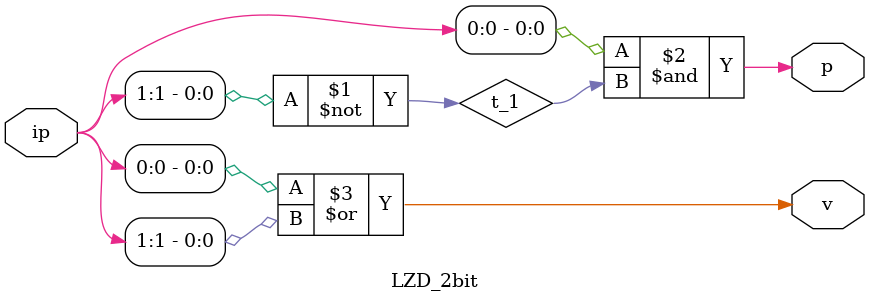
<source format=v>
/*  Copyright (C) 2016  Santosh Kumar Krishnan

    This program is free software: you can redistribute it and/or modify
    it under the terms of the GNU General Public License as published by
    the Free Software Foundation, either version 3 of the License, or
    (at your option) any later version.

    This program is distributed in the hope that it will be useful,
    but WITHOUT ANY WARRANTY; without even the implied warranty of
    MERCHANTABILITY or FITNESS FOR A PARTICULAR PURPOSE.  See the
    GNU General Public License for more details.

    You should have received a copy of the GNU General Public License
    along with this program.  If not, see http://www.gnu.org/licenses/.*/
	
module LZD_2bit(
ip,
p,
v);

//input
input [1:0] ip;

//output
output p;
output v;

//internal signals
wire t_1;

//combinational logic
assign t_1 = ~ip[1];
assign p = ip[0] & t_1;
assign v = ip[0] | ip[1];

//end
endmodule
</source>
